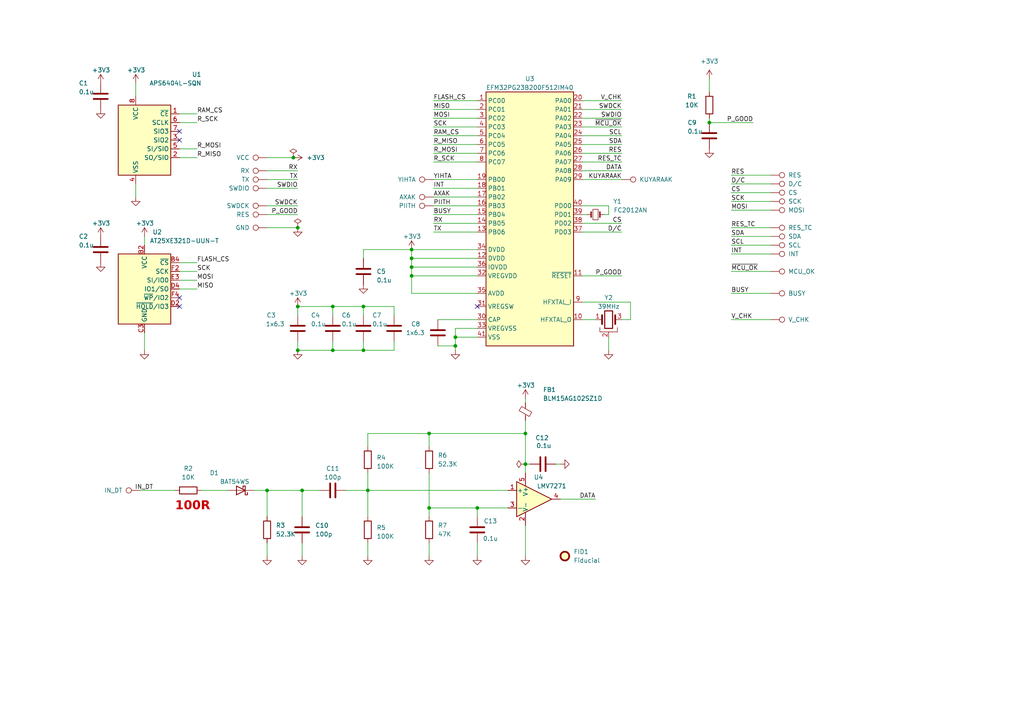
<source format=kicad_sch>
(kicad_sch (version 20231120) (generator "eeschema") (generator_version "8.0")
  (paper "A4")
  (lib_symbols
    (symbol "Comparator:LMV7271" (pin_names (offset 0.127))
      (property "Reference" "U" (at 1.27 5.08 0))
      (property "Value" "LMV7271" (at 3.81 -5.08 0))
      (symbol "LMV7271_0_1"
        (polyline (pts (xy -5.08 5.08) (xy 5.08 0) (xy -5.08 -5.08) (xy -5.08 5.08)) (stroke (width 0.254)) (fill (type background)))
      )
      (symbol "LMV7271_1_1"
        (pin input line (at -7.62 2.54 0) (length 2.54) (name "+") (number "1"))
        (pin power_in line (at -2.54 -7.62 90) (length 3.81) (name "V-") (number "2"))
        (pin input line (at -7.62 -2.54 0) (length 2.54) (name "-") (number "3"))
        (pin output line (at 7.62 0 180) (length 2.54) (name "~") (number "4"))
        (pin power_in line (at -2.54 7.62 270) (length 3.81) (name "V+") (number "5"))
      )
    )
    (symbol "Connector:TestPoint" (pin_numbers hide) (pin_names (offset 0.762) hide)
      (property "Reference" "TP" (at 0 6.858 0))
      (property "Value" "TestPoint" (at 0 5.08 0))
      (symbol "TestPoint_0_1"
        (circle (center 0 3.302) (radius 0.762))
      )
      (symbol "TestPoint_1_1"
        (pin passive line (at 0 0 90) (length 2.54) (name "1") (number "1"))
      )
    )
    (symbol "Device:C" (pin_numbers hide) (pin_names (offset 0.254))
      (property "Reference" "C" (at 0.635 2.54 0))
      (property "Value" "C" (at 0.635 -2.54 0))
      (symbol "C_0_1"
        (polyline (pts (xy -2.032 -0.762) (xy 2.032 -0.762)) (stroke (width 0.508)))
        (polyline (pts (xy -2.032 0.762) (xy 2.032 0.762)) (stroke (width 0.508)))
      )
      (symbol "C_1_1"
        (pin passive line (at 0 3.81 270) (length 2.794) (name "~") (number "1"))
        (pin passive line (at 0 -3.81 90) (length 2.794) (name "~") (number "2"))
      )
    )
    (symbol "Device:Crystal_GND2" (pin_names (offset 1.016) hide)
      (property "Reference" "Y" (at 0 5.715 0))
      (property "Value" "Crystal_GND2" (at 0 3.81 0))
      (symbol "Crystal_GND2_0_1"
        (rectangle (start -1.143 2.54) (end 1.143 -2.54) (stroke (width 0.3048)))
        (polyline (pts (xy -2.54 0) (xy -1.905 0)))
        (polyline (pts (xy -1.905 -1.27) (xy -1.905 1.27)) (stroke (width 0.508)))
        (polyline (pts (xy 0 -3.81) (xy 0 -3.556)))
        (polyline (pts (xy 1.905 0) (xy 2.54 0)))
        (polyline (pts (xy 1.905 1.27) (xy 1.905 -1.27)) (stroke (width 0.508)))
        (polyline (pts (xy -2.54 -2.286) (xy -2.54 -3.556) (xy 2.54 -3.556) (xy 2.54 -2.286)))
      )
      (symbol "Crystal_GND2_1_1"
        (pin passive line (at -3.81 0 0) (length 1.27) (name "1") (number "1"))
        (pin passive line (at 0 -5.08 90) (length 1.27) (name "2") (number "2"))
        (pin passive line (at 3.81 0 180) (length 1.27) (name "3") (number "3"))
      )
    )
    (symbol "Device:Crystal_Small" (pin_numbers hide) (pin_names (offset 1.016) hide)
      (property "Reference" "Y" (at 0 2.54 0))
      (property "Value" "Crystal_Small" (at 0 -2.54 0))
      (symbol "Crystal_Small_0_1"
        (rectangle (start -0.762 -1.524) (end 0.762 1.524))
        (polyline (pts (xy -1.27 -0.762) (xy -1.27 0.762)) (stroke (width 0.381)))
        (polyline (pts (xy 1.27 -0.762) (xy 1.27 0.762)) (stroke (width 0.381)))
      )
      (symbol "Crystal_Small_1_1"
        (pin passive line (at -2.54 0 0) (length 1.27) (name "1") (number "1"))
        (pin passive line (at 2.54 0 180) (length 1.27) (name "2") (number "2"))
      )
    )
    (symbol "Device:D_Schottky" (pin_numbers hide) (pin_names (offset 1.016) hide)
      (property "Reference" "D" (at 0 2.54 0))
      (property "Value" "D_Schottky" (at 0 -2.54 0))
      (symbol "D_Schottky_0_1"
        (polyline (pts (xy 1.27 0) (xy -1.27 0)))
        (polyline (pts (xy 1.27 1.27) (xy 1.27 -1.27) (xy -1.27 0) (xy 1.27 1.27)) (stroke (width 0.254)))
        (polyline (pts (xy -1.905 0.635) (xy -1.905 1.27) (xy -1.27 1.27) (xy -1.27 -1.27) (xy -0.635 -1.27) (xy -0.635 -0.635)) (stroke (width 0.254)))
      )
      (symbol "D_Schottky_1_1"
        (pin passive line (at -3.81 0 0) (length 2.54) (name "K") (number "1"))
        (pin passive line (at 3.81 0 180) (length 2.54) (name "A") (number "2"))
      )
    )
    (symbol "Device:FerriteBead_Small" (pin_numbers hide) (pin_names (offset 0))
      (property "Reference" "FB" (at 1.905 1.27 0))
      (property "Value" "FerriteBead_Small" (at 1.905 -1.27 0))
      (symbol "FerriteBead_Small_0_1"
        (polyline (pts (xy 0 -1.27) (xy 0 -0.7874)))
        (polyline (pts (xy 0 0.889) (xy 0 1.2954)))
        (polyline (pts (xy -1.8288 0.2794) (xy -1.1176 1.4986) (xy 1.8288 -0.2032) (xy 1.1176 -1.4224) (xy -1.8288 0.2794)))
      )
      (symbol "FerriteBead_Small_1_1"
        (pin passive line (at 0 2.54 270) (length 1.27) (name "~") (number "1"))
        (pin passive line (at 0 -2.54 90) (length 1.27) (name "~") (number "2"))
      )
    )
    (symbol "Device:R" (pin_numbers hide) (pin_names (offset 0))
      (property "Reference" "R" (at 2.032 0 90))
      (property "Value" "R" (at 0 0 90))
      (symbol "R_0_1"
        (rectangle (start -1.016 -2.54) (end 1.016 2.54) (stroke (width 0.254)))
      )
      (symbol "R_1_1"
        (pin passive line (at 0 3.81 270) (length 1.27) (name "~") (number "1"))
        (pin passive line (at 0 -3.81 90) (length 1.27) (name "~") (number "2"))
      )
    )
    (symbol "Mechanical:Fiducial"
      (property "Reference" "FID" (at 0 5.08 0))
      (property "Value" "Fiducial" (at 0 3.175 0))
      (symbol "Fiducial_0_1"
        (circle (center 0 0) (radius 1.27) (stroke (width 0.508)) (fill (type background)))
      )
    )
    (symbol "Memory_RAM:ESP-PSRAM32"
      (property "Reference" "U" (at 3.81 11.43 0))
      (property "Value" "ESP-PSRAM32" (at -1.27 -11.43 0))
      (symbol "ESP-PSRAM32_0_1"
        (rectangle (start -7.62 10.16) (end 7.62 -10.16) (stroke (width 0.254)) (fill (type background)))
      )
      (symbol "ESP-PSRAM32_1_1"
        (pin input line (at 10.16 7.62 180) (length 2.54) (name "~{CE}") (number "1"))
        (pin output line (at 10.16 -5.08 180) (length 2.54) (name "SO/SIO") (number "2"))
        (pin bidirectional line (at 10.16 0 180) (length 2.54) (name "SIO2") (number "3"))
        (pin power_in line (at -2.54 -12.7 90) (length 2.54) (name "VSS") (number "4"))
        (pin input line (at 10.16 -2.54 180) (length 2.54) (name "SI/SIO") (number "5"))
        (pin output line (at 10.16 5.08 180) (length 2.54) (name "SCLK") (number "6"))
        (pin bidirectional line (at 10.16 2.54 180) (length 2.54) (name "SIO3") (number "7"))
        (pin power_in line (at -2.54 12.7 270) (length 2.54) (name "VCC") (number "8"))
      )
    )
    (symbol "MyLib:AT25SL321-U"
      (property "Reference" "U" (at -5.08 11.43 0))
      (property "Value" "AT25XE321D-UUN-T" (at 13.97 11.43 0))
      (symbol "AT25SL321-U_0_1"
        (rectangle (start -7.62 10.16) (end 7.62 -10.16) (stroke (width 0.254)) (fill (type background)))
      )
      (symbol "AT25SL321-U_1_1"
        (pin power_in line (at 0 12.7 270) (length 2.54) (name "VCC") (number "B2"))
        (pin input line (at -10.16 7.62 0) (length 2.54) (name "~{CS}") (number "B4"))
        (pin power_in line (at 0 -12.7 90) (length 2.54) (name "GND") (number "C3"))
        (pin bidirectional line (at -10.16 -5.08 0) (length 2.54) (name "~{HOLD}/IO3") (number "D2"))
        (pin bidirectional line (at -10.16 0 0) (length 2.54) (name "IO1/SO") (number "D4"))
        (pin bidirectional line (at -10.16 2.54 0) (length 2.54) (name "SI/IO0") (number "E3"))
        (pin input line (at -10.16 5.08 0) (length 2.54) (name "SCK") (number "F2"))
        (pin bidirectional line (at -10.16 -2.54 0) (length 2.54) (name "~{WP}/IO2") (number "F4"))
      )
    )
    (symbol "MyLib:EFM32PG23B200F512IM40"
      (property "Reference" "U" (at 25.4 5.08 0))
      (property "Value" "EFM32PG23B200F512IM40" (at 35.56 2.54 0))
      (symbol "EFM32PG23B200F512IM40_0_1"
        (rectangle (start 22.86 0) (end 48.26 -73.66) (stroke (width 0.254)) (fill (type background)))
      )
      (symbol "EFM32PG23B200F512IM40_1_0"
        (pin bidirectional line (at 50.8 -25.4 180) (length 2.54) (name "PA09") (number "29"))
        (pin bidirectional line (at 20.32 -7.62 0) (length 2.54) (name "PC02") (number "3"))
      )
      (symbol "EFM32PG23B200F512IM40_1_1"
        (pin bidirectional line (at 20.32 -2.54 0) (length 2.54) (name "PC00") (number "1"))
        (pin bidirectional line (at 50.8 -66.04 180) (length 2.54) (name "HFXTAL_O") (number "10"))
        (pin input line (at 50.8 -53.34 180) (length 2.54) (name "~{RESET}") (number "11"))
        (pin power_in line (at 20.32 -48.26 0) (length 2.54) (name "DVDD") (number "12"))
        (pin bidirectional line (at 20.32 -40.64 0) (length 2.54) (name "PB06") (number "13"))
        (pin bidirectional line (at 20.32 -38.1 0) (length 2.54) (name "PB05") (number "14"))
        (pin bidirectional line (at 20.32 -35.56 0) (length 2.54) (name "PB04") (number "15"))
        (pin bidirectional line (at 20.32 -33.02 0) (length 2.54) (name "PB03") (number "16"))
        (pin bidirectional line (at 20.32 -30.48 0) (length 2.54) (name "PB02") (number "17"))
        (pin bidirectional line (at 20.32 -27.94 0) (length 2.54) (name "PB01") (number "18"))
        (pin bidirectional line (at 20.32 -25.4 0) (length 2.54) (name "PB00") (number "19"))
        (pin bidirectional line (at 20.32 -5.08 0) (length 2.54) (name "PC01") (number "2"))
        (pin bidirectional line (at 50.8 -2.54 180) (length 2.54) (name "PA00") (number "20"))
        (pin bidirectional line (at 50.8 -5.08 180) (length 2.54) (name "PA01") (number "21"))
        (pin bidirectional line (at 50.8 -7.62 180) (length 2.54) (name "PA02") (number "22"))
        (pin bidirectional line (at 50.8 -10.16 180) (length 2.54) (name "PA03") (number "23"))
        (pin bidirectional line (at 50.8 -12.7 180) (length 2.54) (name "PA04") (number "24"))
        (pin bidirectional line (at 50.8 -15.24 180) (length 2.54) (name "PA05") (number "25"))
        (pin bidirectional line (at 50.8 -17.78 180) (length 2.54) (name "PA06") (number "26"))
        (pin bidirectional line (at 50.8 -20.32 180) (length 2.54) (name "PA07") (number "27"))
        (pin bidirectional line (at 50.8 -22.86 180) (length 2.54) (name "PA08") (number "28"))
        (pin power_out line (at 20.32 -66.04 0) (length 2.54) (name "CAP") (number "30"))
        (pin power_in line (at 20.32 -62.23 0) (length 2.54) (name "VREGSW") (number "31"))
        (pin power_in line (at 20.32 -53.34 0) (length 2.54) (name "VREGVDD") (number "32"))
        (pin power_in line (at 20.32 -68.58 0) (length 2.54) (name "VREGVSS") (number "33"))
        (pin power_in line (at 20.32 -45.72 0) (length 2.54) (name "DVDD") (number "34"))
        (pin power_in line (at 20.32 -58.42 0) (length 2.54) (name "AVDD") (number "35"))
        (pin power_in line (at 20.32 -50.8 0) (length 2.54) (name "IOVDD") (number "36"))
        (pin bidirectional line (at 50.8 -40.64 180) (length 2.54) (name "PD03") (number "37"))
        (pin bidirectional line (at 50.8 -38.1 180) (length 2.54) (name "PD02") (number "38"))
        (pin bidirectional line (at 50.8 -35.56 180) (length 2.54) (name "PD01") (number "39"))
        (pin bidirectional line (at 20.32 -10.16 0) (length 2.54) (name "PC03") (number "4"))
        (pin bidirectional line (at 50.8 -33.02 180) (length 2.54) (name "PD00") (number "40"))
        (pin power_in line (at 20.32 -71.12 0) (length 2.54) (name "VSS") (number "41"))
        (pin bidirectional line (at 20.32 -12.7 0) (length 2.54) (name "PC04") (number "5"))
        (pin bidirectional line (at 20.32 -15.24 0) (length 2.54) (name "PC05") (number "6"))
        (pin bidirectional line (at 20.32 -17.78 0) (length 2.54) (name "PC06") (number "7"))
        (pin bidirectional line (at 20.32 -20.32 0) (length 2.54) (name "PC07") (number "8"))
        (pin bidirectional line (at 50.8 -60.96 180) (length 2.54) (name "HFXTAL_I") (number "9"))
      )
    )
    (symbol "power:+2V8" (power) (pin_names (offset 0))
      (property "Value" "+2V8" (at 0 3.556 0))
      (symbol "+2V8_0_1"
        (polyline (pts (xy -0.762 1.27) (xy 0 2.54)))
        (polyline (pts (xy 0 0) (xy 0 2.54)))
        (polyline (pts (xy 0 2.54) (xy 0.762 1.27)))
      )
      (symbol "+2V8_1_1"
        (pin power_in line (at 0 0 90) (length 0) hide (name "+2V8") (number "1"))
      )
    )
    (symbol "power:+3V3" (power) (pin_names (offset 0))
      (property "Value" "+3V3" (at 0 3.556 0))
      (symbol "+3V3_0_1"
        (polyline (pts (xy -0.762 1.27) (xy 0 2.54)))
        (polyline (pts (xy 0 0) (xy 0 2.54)))
        (polyline (pts (xy 0 2.54) (xy 0.762 1.27)))
      )
      (symbol "+3V3_1_1"
        (pin power_in line (at 0 0 90) (length 0) hide (name "+3V3") (number "1"))
      )
    )
    (symbol "power:GND" (power) (pin_names (offset 0))
      (property "Value" "GND" (at 0 -3.81 0))
      (symbol "GND_0_1"
        (polyline (pts (xy 0 0) (xy 0 -1.27) (xy 1.27 -1.27) (xy 0 -2.54) (xy -1.27 -1.27) (xy 0 -1.27)))
      )
      (symbol "GND_1_1"
        (pin power_in line (at 0 0 270) (length 0) hide (name "GND") (number "1"))
      )
    )
    (symbol "power:PWR_FLAG" (power) (pin_numbers hide) (pin_names (offset 0) hide)
      (property "Value" "PWR_FLAG" (at 0 3.81 0))
      (symbol "PWR_FLAG_0_0"
        (pin power_out line (at 0 0 90) (length 0) (name "pwr") (number "1"))
      )
      (symbol "PWR_FLAG_0_1"
        (polyline (pts (xy 0 0) (xy 0 1.27) (xy -1.016 1.905) (xy 0 2.54) (xy 1.016 1.905) (xy 0 1.27)))
      )
    )
  )
  (junction (at 106.68 142.24))
  (junction (at 119.38 72.39))
  (junction (at 87.63 142.24))
  (junction (at 152.4 125.73))
  (junction (at 119.38 80.01))
  (junction (at 119.38 74.93))
  (junction (at 124.46 147.32))
  (junction (at 138.43 147.32))
  (junction (at 96.52 88.9))
  (junction (at 132.08 97.79))
  (junction (at 96.52 101.6))
  (junction (at 86.36 66.04))
  (junction (at 205.74 35.56))
  (junction (at 86.36 101.6))
  (junction (at 77.47 142.24))
  (junction (at 132.08 100.33))
  (junction (at 152.4 134.62))
  (junction (at 85.09 45.72))
  (junction (at 86.36 88.9))
  (junction (at 105.41 88.9))
  (junction (at 124.46 125.73))
  (junction (at 105.41 101.6))
  (junction (at 119.38 77.47))
  (no_connect (at 52.07 40.64))
  (no_connect (at 138.43 88.9))
  (no_connect (at 52.07 38.1))
  (no_connect (at 52.07 86.36))
  (no_connect (at 52.07 88.9))
  (wire (pts (xy 168.91 59.69) (xy 176.53 59.69)))
  (wire (pts (xy 168.91 49.53) (xy 180.34 49.53)))
  (wire (pts (xy 168.91 87.63) (xy 182.88 87.63)))
  (wire (pts (xy 168.91 92.71) (xy 172.72 92.71)))
  (wire (pts (xy 180.34 64.77) (xy 168.91 64.77)))
  (wire (pts (xy 212.09 73.66) (xy 223.52 73.66)))
  (wire (pts (xy 86.36 62.23) (xy 77.47 62.23)))
  (wire (pts (xy 39.37 53.34) (xy 39.37 57.15)))
  (wire (pts (xy 57.15 45.72) (xy 52.07 45.72)))
  (wire (pts (xy 180.34 39.37) (xy 168.91 39.37)))
  (wire (pts (xy 212.09 55.88) (xy 223.52 55.88)))
  (wire (pts (xy 105.41 99.06) (xy 105.41 101.6)))
  (wire (pts (xy 168.91 46.99) (xy 180.34 46.99)))
  (wire (pts (xy 119.38 85.09) (xy 138.43 85.09)))
  (wire (pts (xy 52.07 76.2) (xy 57.15 76.2)))
  (wire (pts (xy 77.47 142.24) (xy 77.47 149.86)))
  (wire (pts (xy 138.43 147.32) (xy 138.43 149.86)))
  (wire (pts (xy 96.52 88.9) (xy 96.52 91.44)))
  (wire (pts (xy 212.09 53.34) (xy 223.52 53.34)))
  (wire (pts (xy 86.36 52.07) (xy 77.47 52.07)))
  (wire (pts (xy 152.4 116.84) (xy 152.4 115.57)))
  (wire (pts (xy 124.46 125.73) (xy 152.4 125.73)))
  (wire (pts (xy 132.08 100.33) (xy 132.08 101.6)))
  (wire (pts (xy 212.09 66.04) (xy 223.52 66.04)))
  (wire (pts (xy 125.73 34.29) (xy 138.43 34.29)))
  (wire (pts (xy 124.46 137.16) (xy 124.46 147.32)))
  (wire (pts (xy 86.36 88.9) (xy 86.36 91.44)))
  (wire (pts (xy 168.91 36.83) (xy 180.34 36.83)))
  (wire (pts (xy 86.36 49.53) (xy 77.47 49.53)))
  (wire (pts (xy 127 100.33) (xy 132.08 100.33)))
  (wire (pts (xy 152.4 134.62) (xy 152.4 137.16)))
  (wire (pts (xy 212.09 85.09) (xy 223.52 85.09)))
  (wire (pts (xy 132.08 97.79) (xy 138.43 97.79)))
  (wire (pts (xy 39.37 24.13) (xy 39.37 27.94)))
  (wire (pts (xy 119.38 72.39) (xy 119.38 74.93)))
  (wire (pts (xy 205.74 22.86) (xy 205.74 26.67)))
  (wire (pts (xy 168.91 44.45) (xy 180.34 44.45)))
  (wire (pts (xy 96.52 99.06) (xy 96.52 101.6)))
  (wire (pts (xy 124.46 149.86) (xy 124.46 147.32)))
  (wire (pts (xy 105.41 91.44) (xy 105.41 88.9)))
  (wire (pts (xy 125.73 57.15) (xy 138.43 57.15)))
  (wire (pts (xy 114.3 88.9) (xy 105.41 88.9)))
  (wire (pts (xy 52.07 35.56) (xy 57.15 35.56)))
  (wire (pts (xy 125.73 64.77) (xy 138.43 64.77)))
  (wire (pts (xy 180.34 41.91) (xy 168.91 41.91)))
  (wire (pts (xy 205.74 35.56) (xy 205.74 34.29)))
  (wire (pts (xy 96.52 101.6) (xy 105.41 101.6)))
  (wire (pts (xy 212.09 68.58) (xy 223.52 68.58)))
  (wire (pts (xy 180.34 29.21) (xy 168.91 29.21)))
  (wire (pts (xy 152.4 161.29) (xy 152.4 152.4)))
  (wire (pts (xy 106.68 125.73) (xy 106.68 129.54)))
  (wire (pts (xy 106.68 157.48) (xy 106.68 161.29)))
  (wire (pts (xy 212.09 58.42) (xy 223.52 58.42)))
  (wire (pts (xy 86.36 101.6) (xy 96.52 101.6)))
  (wire (pts (xy 182.88 92.71) (xy 180.34 92.71)))
  (wire (pts (xy 212.09 78.74) (xy 223.52 78.74)))
  (wire (pts (xy 212.09 71.12) (xy 223.52 71.12)))
  (wire (pts (xy 168.91 62.23) (xy 170.18 62.23)))
  (wire (pts (xy 180.34 67.31) (xy 168.91 67.31)))
  (wire (pts (xy 114.3 91.44) (xy 114.3 88.9)))
  (wire (pts (xy 73.66 142.24) (xy 77.47 142.24)))
  (wire (pts (xy 105.41 72.39) (xy 119.38 72.39)))
  (wire (pts (xy 168.91 52.07) (xy 180.34 52.07)))
  (wire (pts (xy 106.68 142.24) (xy 106.68 149.86)))
  (wire (pts (xy 114.3 101.6) (xy 114.3 99.06)))
  (wire (pts (xy 124.46 157.48) (xy 124.46 161.29)))
  (wire (pts (xy 152.4 125.73) (xy 152.4 134.62)))
  (wire (pts (xy 77.47 59.69) (xy 86.36 59.69)))
  (wire (pts (xy 125.73 46.99) (xy 138.43 46.99)))
  (wire (pts (xy 52.07 78.74) (xy 57.15 78.74)))
  (wire (pts (xy 138.43 147.32) (xy 147.32 147.32)))
  (wire (pts (xy 125.73 39.37) (xy 138.43 39.37)))
  (wire (pts (xy 57.15 83.82) (xy 52.07 83.82)))
  (wire (pts (xy 153.67 134.62) (xy 152.4 134.62)))
  (wire (pts (xy 125.73 41.91) (xy 138.43 41.91)))
  (wire (pts (xy 40.64 142.24) (xy 50.8 142.24)))
  (wire (pts (xy 124.46 147.32) (xy 138.43 147.32)))
  (wire (pts (xy 77.47 142.24) (xy 87.63 142.24)))
  (wire (pts (xy 86.36 54.61) (xy 77.47 54.61)))
  (wire (pts (xy 77.47 45.72) (xy 85.09 45.72)))
  (wire (pts (xy 125.73 29.21) (xy 138.43 29.21)))
  (wire (pts (xy 125.73 31.75) (xy 138.43 31.75)))
  (wire (pts (xy 119.38 85.09) (xy 119.38 80.01)))
  (wire (pts (xy 87.63 157.48) (xy 87.63 161.29)))
  (wire (pts (xy 180.34 31.75) (xy 168.91 31.75)))
  (wire (pts (xy 41.91 96.52) (xy 41.91 101.6)))
  (wire (pts (xy 212.09 92.71) (xy 223.52 92.71)))
  (wire (pts (xy 212.09 60.96) (xy 223.52 60.96)))
  (wire (pts (xy 87.63 149.86) (xy 87.63 142.24)))
  (wire (pts (xy 138.43 157.48) (xy 138.43 161.29)))
  (wire (pts (xy 125.73 54.61) (xy 138.43 54.61)))
  (wire (pts (xy 86.36 88.9) (xy 96.52 88.9)))
  (wire (pts (xy 125.73 62.23) (xy 138.43 62.23)))
  (wire (pts (xy 212.09 50.8) (xy 223.52 50.8)))
  (wire (pts (xy 138.43 95.25) (xy 132.08 95.25)))
  (wire (pts (xy 41.91 68.58) (xy 41.91 71.12)))
  (wire (pts (xy 106.68 137.16) (xy 106.68 142.24)))
  (wire (pts (xy 152.4 121.92) (xy 152.4 125.73)))
  (wire (pts (xy 180.34 34.29) (xy 168.91 34.29)))
  (wire (pts (xy 52.07 43.18) (xy 57.15 43.18)))
  (wire (pts (xy 182.88 87.63) (xy 182.88 92.71)))
  (wire (pts (xy 58.42 142.24) (xy 66.04 142.24)))
  (wire (pts (xy 52.07 81.28) (xy 57.15 81.28)))
  (wire (pts (xy 77.47 157.48) (xy 77.47 161.29)))
  (wire (pts (xy 176.53 62.23) (xy 175.26 62.23)))
  (wire (pts (xy 106.68 142.24) (xy 147.32 142.24)))
  (wire (pts (xy 125.73 36.83) (xy 138.43 36.83)))
  (wire (pts (xy 105.41 101.6) (xy 114.3 101.6)))
  (wire (pts (xy 119.38 74.93) (xy 138.43 74.93)))
  (wire (pts (xy 132.08 95.25) (xy 132.08 97.79)))
  (wire (pts (xy 176.53 101.6) (xy 176.53 97.79)))
  (wire (pts (xy 162.56 144.78) (xy 172.72 144.78)))
  (wire (pts (xy 119.38 80.01) (xy 138.43 80.01)))
  (wire (pts (xy 125.73 44.45) (xy 138.43 44.45)))
  (wire (pts (xy 125.73 67.31) (xy 138.43 67.31)))
  (wire (pts (xy 119.38 77.47) (xy 119.38 74.93)))
  (wire (pts (xy 127 92.71) (xy 138.43 92.71)))
  (wire (pts (xy 176.53 59.69) (xy 176.53 62.23)))
  (wire (pts (xy 106.68 125.73) (xy 124.46 125.73)))
  (wire (pts (xy 125.73 52.07) (xy 138.43 52.07)))
  (wire (pts (xy 119.38 77.47) (xy 119.38 80.01)))
  (wire (pts (xy 119.38 77.47) (xy 138.43 77.47)))
  (wire (pts (xy 52.07 33.02) (xy 57.15 33.02)))
  (wire (pts (xy 87.63 142.24) (xy 92.71 142.24)))
  (wire (pts (xy 161.29 134.62) (xy 162.56 134.62)))
  (wire (pts (xy 119.38 72.39) (xy 138.43 72.39)))
  (wire (pts (xy 168.91 80.01) (xy 180.34 80.01)))
  (wire (pts (xy 125.73 59.69) (xy 138.43 59.69)))
  (wire (pts (xy 205.74 35.56) (xy 218.44 35.56)))
  (wire (pts (xy 86.36 99.06) (xy 86.36 101.6)))
  (wire (pts (xy 100.33 142.24) (xy 106.68 142.24)))
  (wire (pts (xy 77.47 66.04) (xy 86.36 66.04)))
  (wire (pts (xy 105.41 88.9) (xy 96.52 88.9)))
  (wire (pts (xy 124.46 125.73) (xy 124.46 129.54)))
  (wire (pts (xy 105.41 74.93) (xy 105.41 72.39)))
  (wire (pts (xy 132.08 97.79) (xy 132.08 100.33)))
  (text "100R" (at 50.8 146.05 0) (effects (font (size 2.54 2.54) (thickness 0.254) (bold yes)) (justify left top)))
  (label "V_CHK" (at 212.09 92.71 0))
  (label "RES_TC" (at 180.34 46.99 180))
  (label "DATA" (at 180.34 49.53 180))
  (label "R_MOSI" (at 125.73 44.45 0))
  (label "R_MISO" (at 125.73 41.91 0))
  (label "SCK" (at 57.15 78.74 0))
  (label "SCK" (at 125.73 36.83 0))
  (label "MOSI" (at 125.73 34.29 0))
  (label "SDA" (at 212.09 68.58 0))
  (label "SCL" (at 180.34 39.37 180))
  (label "SCK" (at 212.09 58.42 0))
  (label "TX" (at 125.73 67.31 0))
  (label "IN_DT" (at 44.45 142.24 180))
  (label "R_SCK" (at 57.15 35.56 0))
  (label "R_SCK" (at 125.73 46.99 0))
  (label "SWDCK" (at 180.34 31.75 180))
  (label "PIITH" (at 125.73 59.69 0))
  (label "SWDIO" (at 86.36 54.61 180))
  (label "RAM_CS" (at 57.15 33.02 0))
  (label "P_GOOD" (at 180.34 80.01 180))
  (label "D{slash}C" (at 180.34 67.31 180))
  (label "DATA" (at 172.72 144.78 180))
  (label "P_GOOD" (at 218.44 35.56 180))
  (label "R_MISO" (at 57.15 45.72 0))
  (label "INT" (at 212.09 73.66 0))
  (label "AXAK" (at 125.73 57.15 0))
  (label "INT" (at 125.73 54.61 0))
  (label "YIHTA" (at 125.73 52.07 0))
  (label "SWDIO" (at 180.34 34.29 180))
  (label "CS" (at 180.34 64.77 180))
  (label "FLASH_CS" (at 57.15 76.2 0))
  (label "RX" (at 125.73 64.77 0))
  (label "CS" (at 212.09 55.88 0))
  (label "BUSY" (at 212.09 85.09 0))
  (label "D{slash}C" (at 212.09 53.34 0))
  (label "KUYARAAK" (at 180.34 52.07 180))
  (label "MISO" (at 125.73 31.75 0))
  (label "FLASH_CS" (at 125.73 29.21 0))
  (label "P_GOOD" (at 86.36 62.23 180))
  (label "MOSI" (at 57.15 81.28 0))
  (label "V_CHK" (at 180.34 29.21 180))
  (label "SCL" (at 212.09 71.12 0))
  (label "SDA" (at 180.34 41.91 180))
  (label "~{MCU_OK}" (at 180.34 36.83 180))
  (label "TX" (at 86.36 52.07 180))
  (label "RES" (at 212.09 50.8 0))
  (label "BUSY" (at 125.73 62.23 0))
  (label "SWDCK" (at 86.36 59.69 180))
  (label "RX" (at 86.36 49.53 180))
  (label "RAM_CS" (at 125.73 39.37 0))
  (label "~{MCU_OK}" (at 212.09 78.74 0))
  (label "MOSI" (at 212.09 60.96 0))
  (label "MISO" (at 57.15 83.82 0))
  (label "RES_TC" (at 212.09 66.04 0))
  (label "R_MOSI" (at 57.15 43.18 0))
  (label "RES" (at 180.34 44.45 180))
  (symbol (lib_id "power:GND") (at 41.91 101.6 0) (mirror y) (unit 1)
    (property "Reference" "#PWR08" (effects (hide yes)))
    (property "Value" "GND" (effects (hide yes)))
    (property "Description" "Power symbol creates a global label with name \"GND\" , ground" (effects (hide yes)))
  )
  (symbol (lib_id "power:GND") (at 105.41 82.55 0) (mirror y) (unit 1)
    (property "Reference" "#PWR013" (effects (hide yes)))
    (property "Value" "GND" (effects (hide yes)))
    (property "Description" "Power symbol creates a global label with name \"GND\" , ground" (effects (hide yes)))
  )
  (symbol (lib_id "Device:R") (at 106.68 133.35 0) (unit 1)
    (property "Reference" "R4" (at 109.22 132.715 0) (effects (justify left)))
    (property "Value" "100K" (at 109.22 135.255 0) (effects (justify left)))
    (property "Footprint" "Resistor_SMD:R_0402_1005Metric" (effects (hide yes)))
  )
  (symbol (lib_id "Comparator:LMV7271") (at 154.94 144.78 0) (unit 1)
    (property "Reference" "U4" (at 156.21 138.43 0))
    (property "Value" "LMV7271" (at 160.02 140.97 0))
    (property "Footprint" "Package_TO_SOT_SMD:SOT-353_SC-70-5" (effects (hide yes)))
    (property "Datasheet" "http://www.ti.com/lit/ds/symlink/lmv7271.pdf" (effects (hide yes)))
  )
  (symbol (lib_id "Connector:TestPoint") (at 125.73 59.69 90) (unit 1)
    (property "Reference" "PIITH1" (effects (hide yes)))
    (property "Value" "PIITH" (at 120.65 59.69 90) (effects (justify left)))
    (property "Footprint" "MyLib:Castellated_Hole" (effects (hide yes)))
    (property "Description" "test point" (effects (hide yes)))
  )
  (symbol (lib_id "Connector:TestPoint") (at 223.52 68.58 270) (unit 1)
    (property "Reference" "SDA1" (effects (hide yes)))
    (property "Value" "SDA" (at 228.6 68.58 90) (effects (justify left)))
    (property "Footprint" "MyLib:Castellated_Hole" (effects (hide yes)))
    (property "Description" "test point" (effects (hide yes)))
  )
  (symbol (lib_id "power:+2V8") (at 29.21 68.58 0) (unit 1)
    (property "Reference" "#PWR07" (effects (hide yes)))
    (property "Value" "+3V3" (at 26.67 64.77 0) (effects (justify left)))
    (property "Description" "Power symbol creates a global label with name \"+2V8\"" (effects (hide yes)))
  )
  (symbol (lib_id "Device:Crystal_Small") (at 172.72 62.23 0) (unit 1)
    (property "Reference" "Y1" (at 179.07 58.42 0))
    (property "Value" "FC2012AN" (at 182.88 60.96 0))
    (property "Footprint" "MyLib:Crystal_SMD_2012-2Pin_2.0x1.2mm" (effects (hide yes)))
    (property "Description" "Two pin crystal, small symbol" (effects (hide yes)))
  )
  (symbol (lib_id "power:GND") (at 29.21 76.2 0) (unit 1)
    (property "Reference" "#PWR04" (effects (hide yes)))
    (property "Value" "GND" (effects (hide yes)))
    (property "Description" "Power symbol creates a global label with name \"GND\" , ground" (effects (hide yes)))
  )
  (symbol (lib_id "Device:Crystal_GND2") (at 176.53 92.71 0) (unit 1)
    (property "Reference" "Y2" (at 176.53 86.36 0))
    (property "Value" "39MHz" (at 176.53 88.9 0))
    (property "Footprint" "MyLib:Crystal_SMD_2016-4Pin_2.0x1.6mm" (effects (hide yes)))
    (property "Description" "Three pin crystal, GND on pin 2" (effects (hide yes)))
  )
  (symbol (lib_id "power:GND") (at 87.63 161.29 0) (unit 1)
    (property "Reference" "#PWR020" (effects (hide yes)))
    (property "Value" "GND" (effects (hide yes)))
  )
  (symbol (lib_id "Device:R") (at 54.61 142.24 90) (unit 1)
    (property "Reference" "R2" (at 54.61 135.89 90))
    (property "Value" "10K" (at 54.61 138.43 90))
    (property "Footprint" "Resistor_SMD:R_0402_1005Metric" (effects (hide yes)))
  )
  (symbol (lib_id "power:GND") (at 132.08 101.6 0) (mirror y) (unit 1)
    (property "Reference" "#PWR015" (effects (hide yes)))
    (property "Value" "GND" (effects (hide yes)))
    (property "Description" "Power symbol creates a global label with name \"GND\" , ground" (effects (hide yes)))
  )
  (symbol (lib_id "Device:C") (at 96.52 95.25 0) (unit 1)
    (property "Reference" "C4" (at 90.17 91.44 0) (effects (justify left)))
    (property "Value" "0.1u" (at 90.17 93.98 0) (effects (justify left)))
    (property "Footprint" "Capacitor_SMD:C_0402_1005Metric" (effects (hide yes)))
    (property "Description" "Unpolarized capacitor" (effects (hide yes)))
  )
  (symbol (lib_id "Connector:TestPoint") (at 77.47 66.04 90) (unit 1)
    (property "Reference" "GND1" (effects (hide yes)))
    (property "Value" "GND" (at 72.39 66.04 90) (effects (justify left)))
    (property "Footprint" "MyLib:Castellated_Hole" (effects (hide yes)))
    (property "Description" "test point" (effects (hide yes)))
  )
  (symbol (lib_id "power:GND") (at 124.46 161.29 0) (unit 1)
    (property "Reference" "#PWR022" (effects (hide yes)))
    (property "Value" "GND" (effects (hide yes)))
  )
  (symbol (lib_id "Connector:TestPoint") (at 77.47 62.23 90) (unit 1)
    (property "Reference" "RES1" (effects (hide yes)))
    (property "Value" "RES" (at 72.39 62.23 90) (effects (justify left)))
    (property "Footprint" "MyLib:Castellated_Hole" (effects (hide yes)))
    (property "Description" "test point" (effects (hide yes)))
  )
  (symbol (lib_id "power:GND") (at 205.74 43.18 0) (unit 1)
    (property "Reference" "#PWR018" (effects (hide yes)))
    (property "Value" "GND" (effects (hide yes)))
    (property "Description" "Power symbol creates a global label with name \"GND\" , ground" (effects (hide yes)))
  )
  (symbol (lib_id "Connector:TestPoint") (at 223.52 66.04 270) (unit 1)
    (property "Reference" "RES_TC1" (effects (hide yes)))
    (property "Value" "RES_TC" (at 228.6 66.04 90) (effects (justify left)))
    (property "Footprint" "MyLib:Castellated_Hole" (effects (hide yes)))
    (property "Description" "test point" (effects (hide yes)))
  )
  (symbol (lib_id "power:GND") (at 77.47 161.29 0) (unit 1)
    (property "Reference" "#PWR019" (effects (hide yes)))
    (property "Value" "GND" (effects (hide yes)))
  )
  (symbol (lib_id "power:PWR_FLAG") (at 85.09 45.72 0) (unit 1)
    (property "Reference" "#FLG03" (effects (hide yes)))
    (property "Value" "PWR_FLAG" (effects (hide yes)))
    (property "Description" "Special symbol for telling ERC where power comes from" (effects (hide yes)))
  )
  (symbol (lib_id "Connector:TestPoint") (at 77.47 49.53 90) (unit 1)
    (property "Reference" "RX1" (effects (hide yes)))
    (property "Value" "RX" (at 72.39 49.53 90) (effects (justify left)))
    (property "Footprint" "MyLib:Castellated_Hole" (effects (hide yes)))
    (property "Description" "RX" (effects (hide yes)))
  )
  (symbol (lib_id "Device:D_Schottky") (at 69.85 142.24 180) (unit 1)
    (property "Reference" "D1" (at 63.5 137.16 0) (effects (justify left)))
    (property "Value" "BAT54WS" (at 72.39 139.7 0) (effects (justify left)))
    (property "Footprint" "Diode_SMD:D_SOD-323F" (effects (hide yes)))
  )
  (symbol (lib_id "power:+2V8") (at 39.37 24.13 0) (unit 1)
    (property "Reference" "#PWR01" (effects (hide yes)))
    (property "Value" "+3V3" (at 36.83 20.32 0) (effects (justify left)))
    (property "Description" "Power symbol creates a global label with name \"+2V8\"" (effects (hide yes)))
  )
  (symbol (lib_id "Device:C") (at 205.74 39.37 0) (unit 1)
    (property "Reference" "C9" (at 199.39 35.56 0) (effects (justify left)))
    (property "Value" "0.1u" (at 199.39 38.1 0) (effects (justify left)))
    (property "Footprint" "Capacitor_SMD:C_0402_1005Metric" (effects (hide yes)))
    (property "Description" "Unpolarized capacitor" (effects (hide yes)))
  )
  (symbol (lib_id "Device:C") (at 127 96.52 180) (unit 1)
    (property "Reference" "C8" (at 121.92 93.98 0) (effects (justify left)))
    (property "Value" "1x6.3" (at 123.19 96.52 0) (effects (justify left)))
    (property "Footprint" "Capacitor_SMD:C_0402_1005Metric" (effects (hide yes)))
    (property "Description" "Unpolarized capacitor" (effects (hide yes)))
  )
  (symbol (lib_id "power:GND") (at 106.68 161.29 0) (unit 1)
    (property "Reference" "#PWR021" (effects (hide yes)))
    (property "Value" "GND" (effects (hide yes)))
  )
  (symbol (lib_id "Connector:TestPoint") (at 223.52 50.8 270) (unit 1)
    (property "Reference" "RES2" (effects (hide yes)))
    (property "Value" "RES" (at 228.6 50.8 90) (effects (justify left)))
    (property "Footprint" "MyLib:Castellated_Hole" (effects (hide yes)))
    (property "Description" "test point" (effects (hide yes)))
  )
  (symbol (lib_id "Device:C") (at 105.41 78.74 0) (unit 1)
    (property "Reference" "C5" (at 109.22 78.74 0) (effects (justify left)))
    (property "Value" "0.1u" (at 109.22 81.28 0) (effects (justify left)))
    (property "Footprint" "Capacitor_SMD:C_0402_1005Metric" (effects (hide yes)))
    (property "Description" "Unpolarized capacitor" (effects (hide yes)))
  )
  (symbol (lib_id "power:+2V8") (at 41.91 68.58 0) (unit 1)
    (property "Reference" "#PWR05" (effects (hide yes)))
    (property "Value" "+3V3" (at 39.37 64.77 0) (effects (justify left)))
    (property "Description" "Power symbol creates a global label with name \"+2V8\"" (effects (hide yes)))
  )
  (symbol (lib_id "power:+2V8") (at 85.09 45.72 270) (unit 1)
    (property "Reference" "#PWR09" (effects (hide yes)))
    (property "Value" "+3V3" (at 88.9 45.72 90) (effects (justify left)))
    (property "Description" "Power symbol creates a global label with name \"+2V8\"" (effects (hide yes)))
  )
  (symbol (lib_id "power:GND") (at 176.53 101.6 0) (mirror y) (unit 1)
    (property "Reference" "#PWR016" (effects (hide yes)))
    (property "Value" "GND" (effects (hide yes)))
    (property "Description" "Power symbol creates a global label with name \"GND\" , ground" (effects (hide yes)))
  )
  (symbol (lib_id "Device:R") (at 106.68 153.67 0) (unit 1)
    (property "Reference" "R5" (at 109.22 153.035 0) (effects (justify left)))
    (property "Value" "100K" (at 109.22 155.575 0) (effects (justify left)))
    (property "Footprint" "Resistor_SMD:R_0402_1005Metric" (effects (hide yes)))
  )
  (symbol (lib_id "power:+2V8") (at 152.4 115.57 0) (unit 1)
    (property "Reference" "#PWR023" (effects (hide yes)))
    (property "Value" "+3V3" (at 149.86 111.76 0) (effects (justify left)))
    (property "Description" "Power symbol creates a global label with name \"+2V8\"" (effects (hide yes)))
  )
  (symbol (lib_id "Device:R") (at 124.46 133.35 0) (unit 1)
    (property "Reference" "R6" (at 127 132.08 0) (effects (justify left)))
    (property "Value" "52.3K" (at 127 134.62 0) (effects (justify left)))
    (property "Footprint" "Resistor_SMD:R_0402_1005Metric" (effects (hide yes)))
  )
  (symbol (lib_id "power:GND") (at 86.36 101.6 0) (unit 1)
    (property "Reference" "#PWR012" (effects (hide yes)))
    (property "Value" "GND" (effects (hide yes)))
    (property "Description" "Power symbol creates a global label with name \"GND\" , ground" (effects (hide yes)))
  )
  (symbol (lib_id "Connector:TestPoint") (at 223.52 71.12 270) (unit 1)
    (property "Reference" "SCL1" (effects (hide yes)))
    (property "Value" "SCL" (at 228.6 71.12 90) (effects (justify left)))
    (property "Footprint" "MyLib:Castellated_Hole" (effects (hide yes)))
    (property "Description" "test point" (effects (hide yes)))
  )
  (symbol (lib_id "Connector:TestPoint") (at 223.52 78.74 270) (unit 1)
    (property "Reference" "MCU_OK1" (effects (hide yes)))
    (property "Value" "MCU_OK" (at 228.6 78.74 90) (effects (justify left)))
    (property "Footprint" "MyLib:Castellated_Hole" (effects (hide yes)))
    (property "Description" "test point" (effects (hide yes)))
  )
  (symbol (lib_id "MyLib:AT25SL321-U") (at 41.91 83.82 0) (mirror y) (unit 1)
    (property "Reference" "U2" (at 46.99 67.31 0) (effects (justify left)))
    (property "Value" "AT25XE321D-UUN-T" (at 63.5 69.85 0) (effects (justify left)))
    (property "Footprint" "MyLib:WLCSP 12-ball 3 x 2 x 3 Array" (effects (hide yes)))
    (property "Datasheet" "https://www.mouser.fi/datasheet/2/698/REN_DS_AT25XE321D_160M_072022_DST_20220727_1-3075861.pdf" (effects (hide yes)))
    (property "Description" "32-Mbit, 1.7V 2.5V Minimum SPI Serial Flash Memory with Dual-I/O and Quad-I/O Support, WLCSP-12" (effects (hide yes)))
  )
  (symbol (lib_id "power:GND") (at 152.4 161.29 0) (unit 1)
    (property "Reference" "#PWR024" (effects (hide yes)))
    (property "Value" "GND" (effects (hide yes)))
  )
  (symbol (lib_id "Connector:TestPoint") (at 223.52 60.96 270) (unit 1)
    (property "Reference" "MOSI1" (effects (hide yes)))
    (property "Value" "MOSI" (at 228.6 60.96 90) (effects (justify left)))
    (property "Footprint" "MyLib:Castellated_Hole" (effects (hide yes)))
    (property "Description" "test point" (effects (hide yes)))
  )
  (symbol (lib_id "MyLib:EFM32PG23B200F512IM40") (at 118.11 26.67 0) (unit 1)
    (property "Reference" "U3" (at 153.67 22.86 0))
    (property "Value" "EFM32PG23B200F512IM40" (at 153.67 25.4 0))
    (property "Footprint" "MyLib:QFN-40_EP_5x5_Pitch0.4mm" (effects (hide yes)))
    (property "Description" "MCU EFM32 PG23 32-bit MCU, 32-bit ARM Cortex -M33 core, QFN40, Extended Secure Boot w/ RTSL, 512kB, 64kB(RAM), 29GPIO " (effects (hide yes)))
  )
  (symbol (lib_id "Device:C") (at 86.36 95.25 180) (unit 1)
    (property "Reference" "C3" (at 80.01 91.44 0) (effects (justify left)))
    (property "Value" "1x6.3" (at 82.55 93.98 0) (effects (justify left)))
    (property "Footprint" "Capacitor_SMD:C_0402_1005Metric" (effects (hide yes)))
    (property "Description" "Unpolarized capacitor" (effects (hide yes)))
  )
  (symbol (lib_id "Device:C") (at 29.21 72.39 0) (unit 1)
    (property "Reference" "C2" (at 22.86 68.58 0) (effects (justify left)))
    (property "Value" "0.1u" (at 22.86 71.12 0) (effects (justify left)))
    (property "Footprint" "Capacitor_SMD:C_0402_1005Metric" (effects (hide yes)))
    (property "Description" "Unpolarized capacitor" (effects (hide yes)))
  )
  (symbol (lib_id "Device:C") (at 87.63 153.67 0) (unit 1)
    (property "Reference" "C10" (at 91.44 152.3999 0) (effects (justify left)))
    (property "Value" "100p" (at 91.44 154.9399 0) (effects (justify left)))
    (property "Footprint" "Capacitor_SMD:C_0402_1005Metric" (effects (hide yes)))
  )
  (symbol (lib_id "Device:C") (at 105.41 95.25 0) (unit 1)
    (property "Reference" "C6" (at 99.06 91.44 0) (effects (justify left)))
    (property "Value" "0.1u" (at 99.06 93.98 0) (effects (justify left)))
    (property "Footprint" "Capacitor_SMD:C_0402_1005Metric" (effects (hide yes)))
    (property "Description" "Unpolarized capacitor" (effects (hide yes)))
  )
  (symbol (lib_id "Device:R") (at 205.74 30.48 180) (unit 1)
    (property "Reference" "R1" (at 200.66 27.94 0))
    (property "Value" "10K" (at 200.66 30.48 0))
    (property "Footprint" "Resistor_SMD:R_0402_1005Metric" (effects (hide yes)))
    (property "Description" "Resistor" (effects (hide yes)))
  )
  (symbol (lib_id "power:PWR_FLAG") (at 86.36 66.04 0) (unit 1)
    (property "Reference" "#FLG02" (effects (hide yes)))
    (property "Value" "PWR_FLAG" (effects (hide yes)))
    (property "Description" "Special symbol for telling ERC where power comes from" (effects (hide yes)))
  )
  (symbol (lib_id "Connector:TestPoint") (at 77.47 45.72 90) (mirror x) (unit 1)
    (property "Reference" "VCC1" (effects (hide yes)))
    (property "Value" "VCC" (at 72.39 45.72 90) (effects (justify left)))
    (property "Footprint" "MyLib:Castellated_Hole" (effects (hide yes)))
    (property "Description" "VCC" (effects (hide yes)))
  )
  (symbol (lib_id "Mechanical:Fiducial") (at 163.83 161.29 0) (unit 1)
    (property "Reference" "FID1" (at 166.37 160.0199 0) (effects (justify left)))
    (property "Value" "Fiducial" (at 166.37 162.5599 0) (effects (justify left)))
    (property "Footprint" "Fiducial:Fiducial_0.5mm_Mask1.5mm" (effects (hide yes)))
  )
  (symbol (lib_id "Connector:TestPoint") (at 223.52 53.34 270) (unit 1)
    (property "Reference" "D/C1" (effects (hide yes)))
    (property "Value" "D/C" (at 228.6 53.34 90) (effects (justify left)))
    (property "Footprint" "MyLib:Castellated_Hole" (effects (hide yes)))
    (property "Description" "test point" (effects (hide yes)))
  )
  (symbol (lib_id "power:+3V3") (at 205.74 22.86 0) (unit 1)
    (property "Reference" "#PWR017" (effects (hide yes)))
    (property "Value" "+3V3" (at 205.74 17.78 0))
    (property "Description" "Power symbol creates a global label with name \"+3V3\"" (effects (hide yes)))
  )
  (symbol (lib_id "Device:C") (at 138.43 153.67 0) (mirror y) (unit 1)
    (property "Reference" "C13" (at 142.24 151.13 0))
    (property "Value" "0.1u" (at 142.24 156.21 0))
    (property "Footprint" "Capacitor_SMD:C_0402_1005Metric" (effects (hide yes)))
  )
  (symbol (lib_id "power:GND") (at 138.43 161.29 0) (unit 1)
    (property "Reference" "#PWR026" (effects (hide yes)))
    (property "Value" "GND" (effects (hide yes)))
  )
  (symbol (lib_id "Connector:TestPoint") (at 125.73 52.07 90) (unit 1)
    (property "Reference" "YIHTA1" (effects (hide yes)))
    (property "Value" "YIHTA" (at 120.65 52.07 90) (effects (justify left)))
    (property "Footprint" "MyLib:Castellated_Hole" (effects (hide yes)))
    (property "Description" "test point" (effects (hide yes)))
  )
  (symbol (lib_id "Device:C") (at 114.3 95.25 0) (unit 1)
    (property "Reference" "C7" (at 107.95 91.44 0) (effects (justify left)))
    (property "Value" "0.1u" (at 107.95 93.98 0) (effects (justify left)))
    (property "Footprint" "Capacitor_SMD:C_0402_1005Metric" (effects (hide yes)))
    (property "Description" "Unpolarized capacitor" (effects (hide yes)))
  )
  (symbol (lib_id "Connector:TestPoint") (at 77.47 59.69 90) (unit 1)
    (property "Reference" "SWDCK1" (effects (hide yes)))
    (property "Value" "SWDCK" (at 72.39 59.69 90) (effects (justify left)))
    (property "Footprint" "MyLib:Castellated_Hole" (effects (hide yes)))
    (property "Description" "test point" (effects (hide yes)))
  )
  (symbol (lib_id "Device:C") (at 29.21 27.94 0) (unit 1)
    (property "Reference" "C1" (at 22.86 24.13 0) (effects (justify left)))
    (property "Value" "0.1u" (at 22.86 26.67 0) (effects (justify left)))
    (property "Footprint" "Capacitor_SMD:C_0402_1005Metric" (effects (hide yes)))
    (property "Description" "Unpolarized capacitor" (effects (hide yes)))
  )
  (symbol (lib_id "Connector:TestPoint") (at 77.47 52.07 90) (unit 1)
    (property "Reference" "TX1" (effects (hide yes)))
    (property "Value" "TX" (at 72.39 52.07 90) (effects (justify left)))
    (property "Footprint" "MyLib:Castellated_Hole" (effects (hide yes)))
    (property "Description" "test point" (effects (hide yes)))
  )
  (symbol (lib_id "Memory_RAM:ESP-PSRAM32") (at 41.91 40.64 0) (unit 1)
    (property "Reference" "U1" (at 58.42 21.59 0) (effects (justify right)))
    (property "Value" "APS6404L-SQN" (at 58.42 24.13 0) (effects (justify right)))
    (property "Footprint" "MyLib:SON-8-1EP_3x2mm_P0.5mm_EP1.4x1.6mm" (effects (hide yes)))
    (property "Datasheet" "https://www.espressif.com/sites/default/files/documentation/esp-psram32_datasheet_en.pdf" (effects (hide yes)))
    (property "Description" "32 Mbit serial pseudo SRAM device organized as 4Mx8 bits, 1.8 VCC, SOIC8 (SOP8)" (effects (hide yes)))
  )
  (symbol (lib_id "Device:C") (at 157.48 134.62 270) (mirror x) (unit 1)
    (property "Reference" "C12" (at 157.226 127 90))
    (property "Value" "0.1u" (at 157.734 129.286 90))
    (property "Footprint" "Capacitor_SMD:C_0402_1005Metric" (effects (hide yes)))
  )
  (symbol (lib_id "Connector:TestPoint") (at 40.64 142.24 90) (unit 1)
    (property "Reference" "DATA1" (effects (hide yes)))
    (property "Value" "IN_DT" (at 35.56 142.24 90) (effects (justify left)))
    (property "Footprint" "MyLib:Castellated_Hole" (effects (hide yes)))
    (property "Description" "test point" (effects (hide yes)))
  )
  (symbol (lib_id "power:GND") (at 39.37 57.15 0) (unit 1)
    (property "Reference" "#PWR06" (effects (hide yes)))
    (property "Value" "GND" (effects (hide yes)))
    (property "Description" "Power symbol creates a global label with name \"GND\" , ground" (effects (hide yes)))
  )
  (symbol (lib_id "Device:R") (at 77.47 153.67 0) (unit 1)
    (property "Reference" "R3" (at 80.01 152.4 0) (effects (justify left)))
    (property "Value" "52.3K" (at 80.01 154.94 0) (effects (justify left)))
    (property "Footprint" "Resistor_SMD:R_0402_1005Metric" (effects (hide yes)))
  )
  (symbol (lib_id "power:GND") (at 86.36 66.04 0) (unit 1)
    (property "Reference" "#PWR010" (effects (hide yes)))
    (property "Value" "GND" (effects (hide yes)))
    (property "Description" "Power symbol creates a global label with name \"GND\" , ground" (effects (hide yes)))
  )
  (symbol (lib_id "Connector:TestPoint") (at 223.52 85.09 270) (unit 1)
    (property "Reference" "BUSY1" (effects (hide yes)))
    (property "Value" "BUSY" (at 228.6 85.09 90) (effects (justify left)))
    (property "Footprint" "MyLib:Castellated_Hole" (effects (hide yes)))
    (property "Description" "test point" (effects (hide yes)))
  )
  (symbol (lib_id "power:GND") (at 162.56 134.62 90) (unit 1)
    (property "Reference" "#PWR025" (effects (hide yes)))
    (property "Value" "GND" (effects (hide yes)))
  )
  (symbol (lib_id "power:+2V8") (at 86.36 88.9 0) (unit 1)
    (property "Reference" "#PWR014" (effects (hide yes)))
    (property "Value" "+3V3" (at 83.82 85.09 0) (effects (justify left)))
    (property "Description" "Power symbol creates a global label with name \"+2V8\"" (effects (hide yes)))
  )
  (symbol (lib_id "Connector:TestPoint") (at 180.34 52.07 270) (unit 1)
    (property "Reference" "KUYARAAK1" (effects (hide yes)))
    (property "Value" "KUYARAAK" (at 185.42 52.07 90) (effects (justify left)))
    (property "Footprint" "MyLib:Castellated_Hole" (effects (hide yes)))
    (property "Description" "test point" (effects (hide yes)))
  )
  (symbol (lib_id "Connector:TestPoint") (at 223.52 58.42 270) (unit 1)
    (property "Reference" "SCK1" (effects (hide yes)))
    (property "Value" "SCK" (at 228.6 58.42 90) (effects (justify left)))
    (property "Footprint" "MyLib:Castellated_Hole" (effects (hide yes)))
    (property "Description" "test point" (effects (hide yes)))
  )
  (symbol (lib_id "power:PWR_FLAG") (at 152.4 134.62 90) (unit 1)
    (property "Reference" "#FLG01" (effects (hide yes)))
    (property "Value" "PWR_FLAG" (effects (hide yes)))
    (property "Description" "Special symbol for telling ERC where power comes from" (effects (hide yes)))
  )
  (symbol (lib_id "Connector:TestPoint") (at 223.52 73.66 270) (unit 1)
    (property "Reference" "INT1" (effects (hide yes)))
    (property "Value" "INT" (at 228.6 73.66 90) (effects (justify left)))
    (property "Footprint" "MyLib:Castellated_Hole" (effects (hide yes)))
    (property "Description" "test point" (effects (hide yes)))
  )
  (symbol (lib_id "Connector:TestPoint") (at 223.52 92.71 270) (unit 1)
    (property "Reference" "V_CHK1" (effects (hide yes)))
    (property "Value" "V_CHK" (at 228.6 92.71 90) (effects (justify left)))
    (property "Footprint" "MyLib:Castellated_Hole" (effects (hide yes)))
    (property "Description" "test point" (effects (hide yes)))
  )
  (symbol (lib_id "Connector:TestPoint") (at 125.73 57.15 90) (unit 1)
    (property "Reference" "AXAK1" (effects (hide yes)))
    (property "Value" "AXAK" (at 120.65 57.15 90) (effects (justify left)))
    (property "Footprint" "MyLib:Castellated_Hole" (effects (hide yes)))
    (property "Description" "test point" (effects (hide yes)))
  )
  (symbol (lib_id "power:+2V8") (at 119.38 72.39 0) (unit 1)
    (property "Reference" "#PWR011" (effects (hide yes)))
    (property "Value" "+3V3" (at 116.84 68.58 0) (effects (justify left)))
    (property "Description" "Power symbol creates a global label with name \"+2V8\"" (effects (hide yes)))
  )
  (symbol (lib_id "power:GND") (at 29.21 31.75 0) (unit 1)
    (property "Reference" "#PWR02" (effects (hide yes)))
    (property "Value" "GND" (effects (hide yes)))
    (property "Description" "Power symbol creates a global label with name \"GND\" , ground" (effects (hide yes)))
  )
  (symbol (lib_id "Device:C") (at 96.52 142.24 270) (mirror x) (unit 1)
    (property "Reference" "C11" (at 96.52 135.89 90))
    (property "Value" "100p" (at 96.52 138.43 90))
    (property "Footprint" "Capacitor_SMD:C_0402_1005Metric" (effects (hide yes)))
  )
  (symbol (lib_id "Device:FerriteBead_Small") (at 152.4 119.38 0) (unit 1)
    (property "Reference" "FB1" (at 157.48 113.03 0) (effects (justify left)))
    (property "Value" "BLM15AG102SZ1D" (at 157.48 115.57 0) (effects (justify left)))
    (property "Footprint" "Inductor_SMD:L_0402_1005Metric" (effects (hide yes)))
  )
  (symbol (lib_id "Device:R") (at 124.46 153.67 0) (unit 1)
    (property "Reference" "R7" (at 127 152.4 0) (effects (justify left)))
    (property "Value" "47K" (at 127 154.94 0) (effects (justify left)))
    (property "Footprint" "Resistor_SMD:R_0402_1005Metric" (effects (hide yes)))
  )
  (symbol (lib_id "power:+2V8") (at 29.21 24.13 0) (unit 1)
    (property "Reference" "#PWR03" (effects (hide yes)))
    (property "Value" "+3V3" (at 26.67 20.32 0) (effects (justify left)))
    (property "Description" "Power symbol creates a global label with name \"+2V8\"" (effects (hide yes)))
  )
  (symbol (lib_id "Connector:TestPoint") (at 223.52 55.88 270) (unit 1)
    (property "Reference" "CS1" (effects (hide yes)))
    (property "Value" "CS" (at 228.6 55.88 90) (effects (justify left)))
    (property "Footprint" "MyLib:Castellated_Hole" (effects (hide yes)))
    (property "Description" "test point" (effects (hide yes)))
  )
  (symbol (lib_id "Connector:TestPoint") (at 77.47 54.61 90) (unit 1)
    (property "Reference" "SWDIO1" (effects (hide yes)))
    (property "Value" "SWDIO" (at 72.39 54.61 90) (effects (justify left)))
    (property "Footprint" "MyLib:Castellated_Hole" (effects (hide yes)))
    (property "Description" "test point" (effects (hide yes)))
  )
)
</source>
